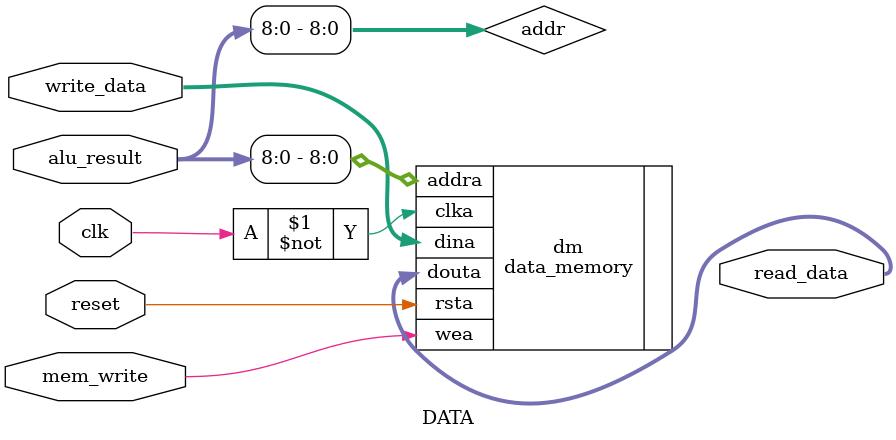
<source format=v>
`timescale 1ns / 1ps
module DATA(clk, reset, alu_result, read_data, mem_write, write_data
    );

	input[15:0] alu_result, write_data;
	input mem_write, clk, reset;
	
	output[15:0] read_data;
	wire[8:0] addr = alu_result[8:0];	
	data_memory dm(
		.addra(addr),
		.dina(write_data),
		.wea(mem_write),
		.clka(~clk),
		.douta(read_data),
		.rsta(reset));

endmodule

</source>
